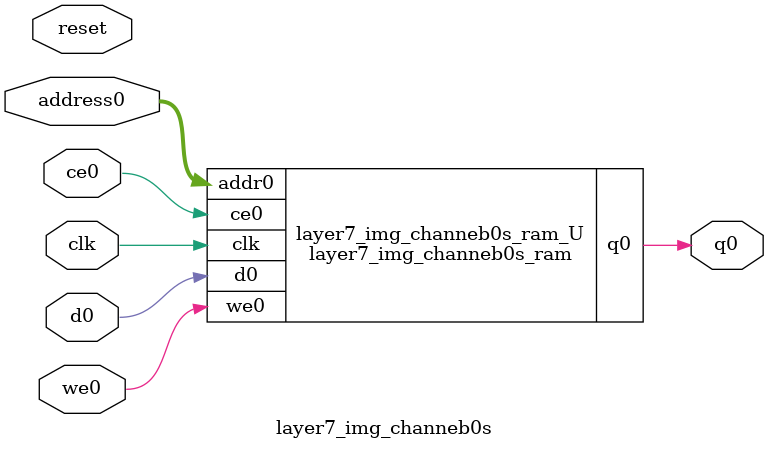
<source format=v>
`timescale 1 ns / 1 ps
module layer7_img_channeb0s_ram (addr0, ce0, d0, we0, q0,  clk);

parameter DWIDTH = 1;
parameter AWIDTH = 10;
parameter MEM_SIZE = 768;

input[AWIDTH-1:0] addr0;
input ce0;
input[DWIDTH-1:0] d0;
input we0;
output reg[DWIDTH-1:0] q0;
input clk;

(* ram_style = "distributed" *)reg [DWIDTH-1:0] ram[0:MEM_SIZE-1];




always @(posedge clk)  
begin 
    if (ce0) 
    begin
        if (we0) 
        begin 
            ram[addr0] <= d0; 
        end 
        q0 <= ram[addr0];
    end
end


endmodule

`timescale 1 ns / 1 ps
module layer7_img_channeb0s(
    reset,
    clk,
    address0,
    ce0,
    we0,
    d0,
    q0);

parameter DataWidth = 32'd1;
parameter AddressRange = 32'd768;
parameter AddressWidth = 32'd10;
input reset;
input clk;
input[AddressWidth - 1:0] address0;
input ce0;
input we0;
input[DataWidth - 1:0] d0;
output[DataWidth - 1:0] q0;



layer7_img_channeb0s_ram layer7_img_channeb0s_ram_U(
    .clk( clk ),
    .addr0( address0 ),
    .ce0( ce0 ),
    .we0( we0 ),
    .d0( d0 ),
    .q0( q0 ));

endmodule


</source>
